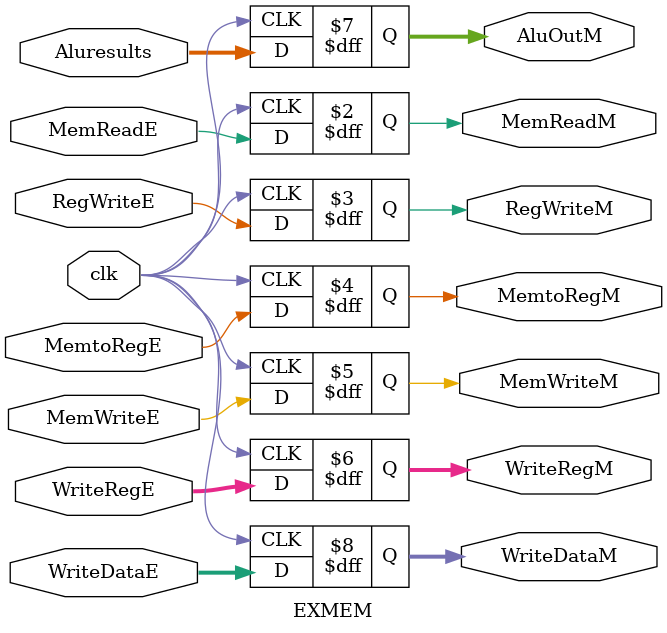
<source format=v>
module EXMEM(
				input clk,
				input RegWriteE,MemtoRegE,MemWriteE,
				input [4:0] WriteRegE,
				input [31:0] Aluresults,WriteDataE,
				input MemReadE,
				output reg MemReadM,
				output reg RegWriteM,MemtoRegM,MemWriteM,
				output reg [4:0] WriteRegM,
				output reg [31:0] AluOutM,WriteDataM
				);
always @(posedge clk)
			begin
				RegWriteM <= RegWriteE;
				MemtoRegM <= MemtoRegE;
				MemWriteM <= MemWriteE;
				WriteRegM <= WriteRegE;
				AluOutM <= Aluresults;
				WriteDataM <= WriteDataE;
				MemReadM <= MemReadE;
			end
endmodule


</source>
